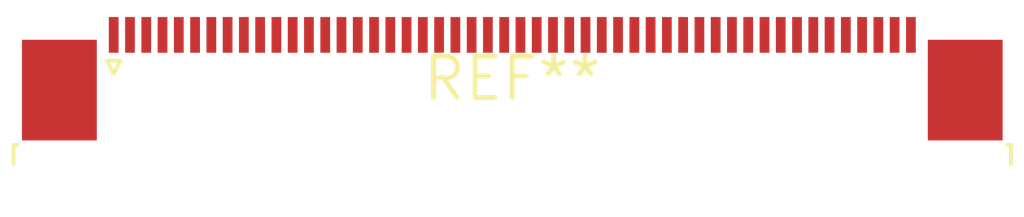
<source format=kicad_pcb>
(kicad_pcb (version 20240108) (generator pcbnew)
  (layers (0 "F.Cu" signal) (31 "B.Cu" signal) (34 "B.Paste" user) (35 "F.Paste" user) (36 "B.SilkS" user "B.Silkscreen") (37 "F.SilkS" user "F.Silkscreen") (38 "B.Mask" user) (39 "F.Mask" user) (44 "Edge.Cuts" user))
  (net 0 "")
  (footprint "TE_5-1734839-0_1x50-1MP_P0.5mm_Horizontal" (layer "F.Cu") (at 0 0)
    (property "Reference" "REF**")
    (property "Value" "PCB Edge")
    (fp_line (start -15.325 2.04) (end -15.325 2.64) (layer "F.SilkS") (stroke (width 0.12)))
    (fp_line (start -15.215 2.04) (end -15.325 2.04) (layer "F.SilkS") (stroke (width 0.12)))
    (fp_line (start -12.45 -0.55) (end -12.25 -0.15) (layer "F.SilkS") (stroke (width 0.12)))
    (fp_line (start -12.25 -0.15) (end -12.05 -0.55) (layer "F.SilkS") (stroke (width 0.12)))
    (fp_line (start -12.05 -0.55) (end -12.45 -0.55) (layer "F.SilkS") (stroke (width 0.12)))
    (fp_line (start 15.215 2.04) (end 15.325 2.04) (layer "F.SilkS") (stroke (width 0.12)))
    (fp_line (start 15.325 2.04) (end 15.325 2.64) (layer "F.SilkS") (stroke (width 0.12)))
    (pad "1" smd rect (at -12.25 -1.35) (size 0.3 1.1) (layers "F.Cu" "F.Paste" "F.Mask"))
    (pad "2" smd rect (at -11.75 -1.35) (size 0.3 1.1) (layers "F.Cu" "F.Paste" "F.Mask"))
    (pad "3" smd rect (at -11.25 -1.35) (size 0.3 1.1) (layers "F.Cu" "F.Paste" "F.Mask"))
    (pad "4" smd rect (at -10.75 -1.35) (size 0.3 1.1) (layers "F.Cu" "F.Paste" "F.Mask"))
    (pad "5" smd rect (at -10.25 -1.35) (size 0.3 1.1) (layers "F.Cu" "F.Paste" "F.Mask"))
    (pad "6" smd rect (at -9.75 -1.35) (size 0.3 1.1) (layers "F.Cu" "F.Paste" "F.Mask"))
    (pad "7" smd rect (at -9.25 -1.35) (size 0.3 1.1) (layers "F.Cu" "F.Paste" "F.Mask"))
    (pad "8" smd rect (at -8.75 -1.35) (size 0.3 1.1) (layers "F.Cu" "F.Paste" "F.Mask"))
    (pad "9" smd rect (at -8.25 -1.35) (size 0.3 1.1) (layers "F.Cu" "F.Paste" "F.Mask"))
    (pad "10" smd rect (at -7.75 -1.35) (size 0.3 1.1) (layers "F.Cu" "F.Paste" "F.Mask"))
    (pad "11" smd rect (at -7.25 -1.35) (size 0.3 1.1) (layers "F.Cu" "F.Paste" "F.Mask"))
    (pad "12" smd rect (at -6.75 -1.35) (size 0.3 1.1) (layers "F.Cu" "F.Paste" "F.Mask"))
    (pad "13" smd rect (at -6.25 -1.35) (size 0.3 1.1) (layers "F.Cu" "F.Paste" "F.Mask"))
    (pad "14" smd rect (at -5.75 -1.35) (size 0.3 1.1) (layers "F.Cu" "F.Paste" "F.Mask"))
    (pad "15" smd rect (at -5.25 -1.35) (size 0.3 1.1) (layers "F.Cu" "F.Paste" "F.Mask"))
    (pad "16" smd rect (at -4.75 -1.35) (size 0.3 1.1) (layers "F.Cu" "F.Paste" "F.Mask"))
    (pad "17" smd rect (at -4.25 -1.35) (size 0.3 1.1) (layers "F.Cu" "F.Paste" "F.Mask"))
    (pad "18" smd rect (at -3.75 -1.35) (size 0.3 1.1) (layers "F.Cu" "F.Paste" "F.Mask"))
    (pad "19" smd rect (at -3.25 -1.35) (size 0.3 1.1) (layers "F.Cu" "F.Paste" "F.Mask"))
    (pad "20" smd rect (at -2.75 -1.35) (size 0.3 1.1) (layers "F.Cu" "F.Paste" "F.Mask"))
    (pad "21" smd rect (at -2.25 -1.35) (size 0.3 1.1) (layers "F.Cu" "F.Paste" "F.Mask"))
    (pad "22" smd rect (at -1.75 -1.35) (size 0.3 1.1) (layers "F.Cu" "F.Paste" "F.Mask"))
    (pad "23" smd rect (at -1.25 -1.35) (size 0.3 1.1) (layers "F.Cu" "F.Paste" "F.Mask"))
    (pad "24" smd rect (at -0.75 -1.35) (size 0.3 1.1) (layers "F.Cu" "F.Paste" "F.Mask"))
    (pad "25" smd rect (at -0.25 -1.35) (size 0.3 1.1) (layers "F.Cu" "F.Paste" "F.Mask"))
    (pad "26" smd rect (at 0.25 -1.35) (size 0.3 1.1) (layers "F.Cu" "F.Paste" "F.Mask"))
    (pad "27" smd rect (at 0.75 -1.35) (size 0.3 1.1) (layers "F.Cu" "F.Paste" "F.Mask"))
    (pad "28" smd rect (at 1.25 -1.35) (size 0.3 1.1) (layers "F.Cu" "F.Paste" "F.Mask"))
    (pad "29" smd rect (at 1.75 -1.35) (size 0.3 1.1) (layers "F.Cu" "F.Paste" "F.Mask"))
    (pad "30" smd rect (at 2.25 -1.35) (size 0.3 1.1) (layers "F.Cu" "F.Paste" "F.Mask"))
    (pad "31" smd rect (at 2.75 -1.35) (size 0.3 1.1) (layers "F.Cu" "F.Paste" "F.Mask"))
    (pad "32" smd rect (at 3.25 -1.35) (size 0.3 1.1) (layers "F.Cu" "F.Paste" "F.Mask"))
    (pad "33" smd rect (at 3.75 -1.35) (size 0.3 1.1) (layers "F.Cu" "F.Paste" "F.Mask"))
    (pad "34" smd rect (at 4.25 -1.35) (size 0.3 1.1) (layers "F.Cu" "F.Paste" "F.Mask"))
    (pad "35" smd rect (at 4.75 -1.35) (size 0.3 1.1) (layers "F.Cu" "F.Paste" "F.Mask"))
    (pad "36" smd rect (at 5.25 -1.35) (size 0.3 1.1) (layers "F.Cu" "F.Paste" "F.Mask"))
    (pad "37" smd rect (at 5.75 -1.35) (size 0.3 1.1) (layers "F.Cu" "F.Paste" "F.Mask"))
    (pad "38" smd rect (at 6.25 -1.35) (size 0.3 1.1) (layers "F.Cu" "F.Paste" "F.Mask"))
    (pad "39" smd rect (at 6.75 -1.35) (size 0.3 1.1) (layers "F.Cu" "F.Paste" "F.Mask"))
    (pad "40" smd rect (at 7.25 -1.35) (size 0.3 1.1) (layers "F.Cu" "F.Paste" "F.Mask"))
    (pad "41" smd rect (at 7.75 -1.35) (size 0.3 1.1) (layers "F.Cu" "F.Paste" "F.Mask"))
    (pad "42" smd rect (at 8.25 -1.35) (size 0.3 1.1) (layers "F.Cu" "F.Paste" "F.Mask"))
    (pad "43" smd rect (at 8.75 -1.35) (size 0.3 1.1) (layers "F.Cu" "F.Paste" "F.Mask"))
    (pad "44" smd rect (at 9.25 -1.35) (size 0.3 1.1) (layers "F.Cu" "F.Paste" "F.Mask"))
    (pad "45" smd rect (at 9.75 -1.35) (size 0.3 1.1) (layers "F.Cu" "F.Paste" "F.Mask"))
    (pad "46" smd rect (at 10.25 -1.35) (size 0.3 1.1) (layers "F.Cu" "F.Paste" "F.Mask"))
    (pad "47" smd rect (at 10.75 -1.35) (size 0.3 1.1) (layers "F.Cu" "F.Paste" "F.Mask"))
    (pad "48" smd rect (at 11.25 -1.35) (size 0.3 1.1) (layers "F.Cu" "F.Paste" "F.Mask"))
    (pad "49" smd rect (at 11.75 -1.35) (size 0.3 1.1) (layers "F.Cu" "F.Paste" "F.Mask"))
    (pad "50" smd rect (at 12.25 -1.35) (size 0.3 1.1) (layers "F.Cu" "F.Paste" "F.Mask"))
    (pad "MP" smd rect (at -13.92 0.35) (size 2.3 3.1) (layers "F.Cu" "F.Paste" "F.Mask"))
    (pad "MP" smd rect (at 13.92 0.35) (size 2.3 3.1) (layers "F.Cu" "F.Paste" "F.Mask"))
  )
)
</source>
